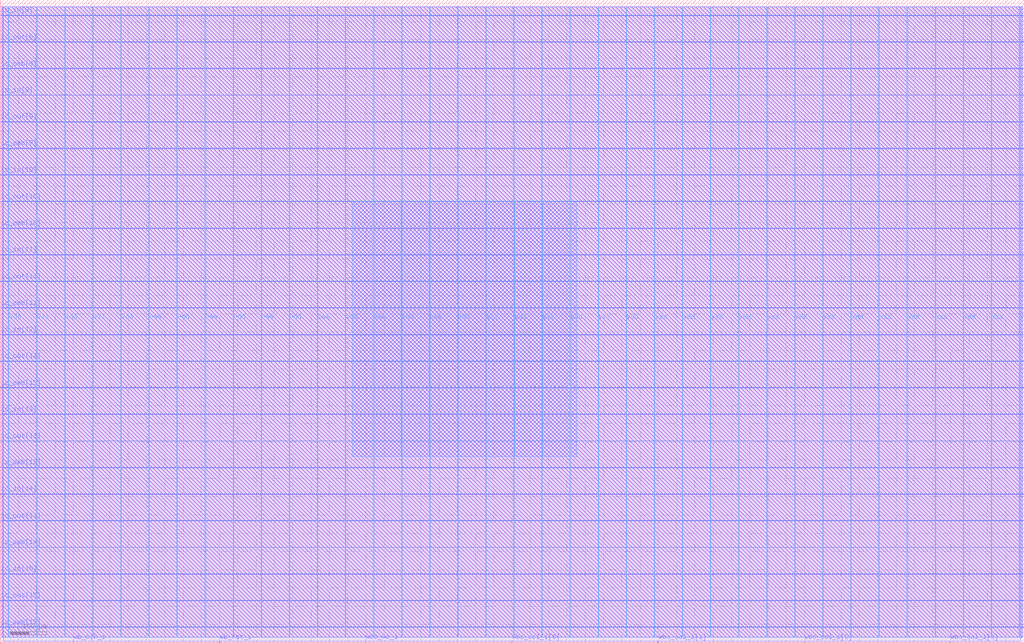
<source format=lef>
VERSION 5.7 ;
  NOWIREEXTENSIONATPIN ON ;
  DIVIDERCHAR "/" ;
  BUSBITCHARS "[]" ;
MACRO user_proj_example
  CLASS BLOCK ;
  FOREIGN user_proj_example ;
  ORIGIN 0.000 0.000 ;
  SIZE 2800.000 BY 1760.000 ;
  PIN io_in[0]
    DIRECTION INPUT ;
    USE SIGNAL ;
    ANTENNAGATEAREA 2.369000 ;
    ANTENNADIFFAREA 0.410400 ;
    PORT
      LAYER Metal3 ;
        RECT 2796.000 42.560 2800.000 43.120 ;
    END
  END io_in[0]
  PIN io_in[10]
    DIRECTION INPUT ;
    USE SIGNAL ;
    ANTENNAGATEAREA 2.369000 ;
    ANTENNADIFFAREA 0.410400 ;
    PORT
      LAYER Metal3 ;
        RECT 0.000 1280.160 4.000 1280.720 ;
    END
  END io_in[10]
  PIN io_in[11]
    DIRECTION INPUT ;
    USE SIGNAL ;
    ANTENNAGATEAREA 2.204000 ;
    ANTENNADIFFAREA 0.410400 ;
    PORT
      LAYER Metal3 ;
        RECT 0.000 1061.760 4.000 1062.320 ;
    END
  END io_in[11]
  PIN io_in[12]
    DIRECTION INPUT ;
    USE SIGNAL ;
    ANTENNAGATEAREA 2.369000 ;
    ANTENNADIFFAREA 0.410400 ;
    PORT
      LAYER Metal3 ;
        RECT 0.000 843.360 4.000 843.920 ;
    END
  END io_in[12]
  PIN io_in[13]
    DIRECTION INPUT ;
    USE SIGNAL ;
    ANTENNAGATEAREA 2.204000 ;
    ANTENNADIFFAREA 0.410400 ;
    PORT
      LAYER Metal3 ;
        RECT 0.000 624.960 4.000 625.520 ;
    END
  END io_in[13]
  PIN io_in[14]
    DIRECTION INPUT ;
    USE SIGNAL ;
    ANTENNAGATEAREA 2.204000 ;
    ANTENNADIFFAREA 0.410400 ;
    PORT
      LAYER Metal3 ;
        RECT 0.000 406.560 4.000 407.120 ;
    END
  END io_in[14]
  PIN io_in[15]
    DIRECTION INPUT ;
    USE SIGNAL ;
    ANTENNAGATEAREA 2.204000 ;
    ANTENNADIFFAREA 0.410400 ;
    PORT
      LAYER Metal3 ;
        RECT 0.000 188.160 4.000 188.720 ;
    END
  END io_in[15]
  PIN io_in[1]
    DIRECTION INPUT ;
    USE SIGNAL ;
    ANTENNAGATEAREA 2.369000 ;
    ANTENNADIFFAREA 0.410400 ;
    PORT
      LAYER Metal3 ;
        RECT 2796.000 260.960 2800.000 261.520 ;
    END
  END io_in[1]
  PIN io_in[2]
    DIRECTION INPUT ;
    USE SIGNAL ;
    ANTENNAGATEAREA 2.369000 ;
    ANTENNADIFFAREA 0.410400 ;
    PORT
      LAYER Metal3 ;
        RECT 2796.000 479.360 2800.000 479.920 ;
    END
  END io_in[2]
  PIN io_in[3]
    DIRECTION INPUT ;
    USE SIGNAL ;
    ANTENNAGATEAREA 2.204000 ;
    ANTENNADIFFAREA 0.410400 ;
    PORT
      LAYER Metal3 ;
        RECT 2796.000 697.760 2800.000 698.320 ;
    END
  END io_in[3]
  PIN io_in[4]
    DIRECTION INPUT ;
    USE SIGNAL ;
    ANTENNAGATEAREA 2.369000 ;
    ANTENNADIFFAREA 0.410400 ;
    PORT
      LAYER Metal3 ;
        RECT 2796.000 916.160 2800.000 916.720 ;
    END
  END io_in[4]
  PIN io_in[5]
    DIRECTION INPUT ;
    USE SIGNAL ;
    ANTENNAGATEAREA 2.369000 ;
    ANTENNADIFFAREA 0.410400 ;
    PORT
      LAYER Metal3 ;
        RECT 2796.000 1134.560 2800.000 1135.120 ;
    END
  END io_in[5]
  PIN io_in[6]
    DIRECTION INPUT ;
    USE SIGNAL ;
    ANTENNAGATEAREA 4.408000 ;
    ANTENNADIFFAREA 0.410400 ;
    PORT
      LAYER Metal3 ;
        RECT 2796.000 1352.960 2800.000 1353.520 ;
    END
  END io_in[6]
  PIN io_in[7]
    DIRECTION INPUT ;
    USE SIGNAL ;
    ANTENNAGATEAREA 4.408000 ;
    ANTENNADIFFAREA 0.410400 ;
    PORT
      LAYER Metal3 ;
        RECT 2796.000 1571.360 2800.000 1571.920 ;
    END
  END io_in[7]
  PIN io_in[8]
    DIRECTION INPUT ;
    USE SIGNAL ;
    ANTENNAGATEAREA 3.555000 ;
    ANTENNADIFFAREA 0.410400 ;
    PORT
      LAYER Metal3 ;
        RECT 0.000 1716.960 4.000 1717.520 ;
    END
  END io_in[8]
  PIN io_in[9]
    DIRECTION INPUT ;
    USE SIGNAL ;
    ANTENNAGATEAREA 4.408000 ;
    ANTENNADIFFAREA 0.410400 ;
    PORT
      LAYER Metal3 ;
        RECT 0.000 1498.560 4.000 1499.120 ;
    END
  END io_in[9]
  PIN io_oeb[0]
    DIRECTION OUTPUT TRISTATE ;
    USE SIGNAL ;
    ANTENNADIFFAREA 0.360800 ;
    PORT
      LAYER Metal3 ;
        RECT 2796.000 188.160 2800.000 188.720 ;
    END
  END io_oeb[0]
  PIN io_oeb[10]
    DIRECTION OUTPUT TRISTATE ;
    USE SIGNAL ;
    ANTENNADIFFAREA 0.360800 ;
    PORT
      LAYER Metal3 ;
        RECT 0.000 1134.560 4.000 1135.120 ;
    END
  END io_oeb[10]
  PIN io_oeb[11]
    DIRECTION OUTPUT TRISTATE ;
    USE SIGNAL ;
    ANTENNADIFFAREA 0.360800 ;
    PORT
      LAYER Metal3 ;
        RECT 0.000 916.160 4.000 916.720 ;
    END
  END io_oeb[11]
  PIN io_oeb[12]
    DIRECTION OUTPUT TRISTATE ;
    USE SIGNAL ;
    ANTENNADIFFAREA 0.360800 ;
    PORT
      LAYER Metal3 ;
        RECT 0.000 697.760 4.000 698.320 ;
    END
  END io_oeb[12]
  PIN io_oeb[13]
    DIRECTION OUTPUT TRISTATE ;
    USE SIGNAL ;
    ANTENNADIFFAREA 0.360800 ;
    PORT
      LAYER Metal3 ;
        RECT 0.000 479.360 4.000 479.920 ;
    END
  END io_oeb[13]
  PIN io_oeb[14]
    DIRECTION OUTPUT TRISTATE ;
    USE SIGNAL ;
    ANTENNADIFFAREA 0.360800 ;
    PORT
      LAYER Metal3 ;
        RECT 0.000 260.960 4.000 261.520 ;
    END
  END io_oeb[14]
  PIN io_oeb[15]
    DIRECTION OUTPUT TRISTATE ;
    USE SIGNAL ;
    ANTENNADIFFAREA 0.360800 ;
    PORT
      LAYER Metal3 ;
        RECT 0.000 42.560 4.000 43.120 ;
    END
  END io_oeb[15]
  PIN io_oeb[1]
    DIRECTION OUTPUT TRISTATE ;
    USE SIGNAL ;
    ANTENNADIFFAREA 0.360800 ;
    PORT
      LAYER Metal3 ;
        RECT 2796.000 406.560 2800.000 407.120 ;
    END
  END io_oeb[1]
  PIN io_oeb[2]
    DIRECTION OUTPUT TRISTATE ;
    USE SIGNAL ;
    ANTENNADIFFAREA 0.360800 ;
    PORT
      LAYER Metal3 ;
        RECT 2796.000 624.960 2800.000 625.520 ;
    END
  END io_oeb[2]
  PIN io_oeb[3]
    DIRECTION OUTPUT TRISTATE ;
    USE SIGNAL ;
    ANTENNADIFFAREA 0.360800 ;
    PORT
      LAYER Metal3 ;
        RECT 2796.000 843.360 2800.000 843.920 ;
    END
  END io_oeb[3]
  PIN io_oeb[4]
    DIRECTION OUTPUT TRISTATE ;
    USE SIGNAL ;
    ANTENNADIFFAREA 0.360800 ;
    PORT
      LAYER Metal3 ;
        RECT 2796.000 1061.760 2800.000 1062.320 ;
    END
  END io_oeb[4]
  PIN io_oeb[5]
    DIRECTION OUTPUT TRISTATE ;
    USE SIGNAL ;
    ANTENNADIFFAREA 0.360800 ;
    PORT
      LAYER Metal3 ;
        RECT 2796.000 1280.160 2800.000 1280.720 ;
    END
  END io_oeb[5]
  PIN io_oeb[6]
    DIRECTION OUTPUT TRISTATE ;
    USE SIGNAL ;
    ANTENNADIFFAREA 0.360800 ;
    PORT
      LAYER Metal3 ;
        RECT 2796.000 1498.560 2800.000 1499.120 ;
    END
  END io_oeb[6]
  PIN io_oeb[7]
    DIRECTION OUTPUT TRISTATE ;
    USE SIGNAL ;
    ANTENNADIFFAREA 0.360800 ;
    PORT
      LAYER Metal3 ;
        RECT 2796.000 1716.960 2800.000 1717.520 ;
    END
  END io_oeb[7]
  PIN io_oeb[8]
    DIRECTION OUTPUT TRISTATE ;
    USE SIGNAL ;
    ANTENNADIFFAREA 0.360800 ;
    PORT
      LAYER Metal3 ;
        RECT 0.000 1571.360 4.000 1571.920 ;
    END
  END io_oeb[8]
  PIN io_oeb[9]
    DIRECTION OUTPUT TRISTATE ;
    USE SIGNAL ;
    ANTENNADIFFAREA 0.360800 ;
    PORT
      LAYER Metal3 ;
        RECT 0.000 1352.960 4.000 1353.520 ;
    END
  END io_oeb[9]
  PIN io_out[0]
    DIRECTION OUTPUT TRISTATE ;
    USE SIGNAL ;
    ANTENNADIFFAREA 4.731200 ;
    PORT
      LAYER Metal3 ;
        RECT 2796.000 115.360 2800.000 115.920 ;
    END
  END io_out[0]
  PIN io_out[10]
    DIRECTION OUTPUT TRISTATE ;
    USE SIGNAL ;
    ANTENNADIFFAREA 4.731200 ;
    PORT
      LAYER Metal3 ;
        RECT 0.000 1207.360 4.000 1207.920 ;
    END
  END io_out[10]
  PIN io_out[11]
    DIRECTION OUTPUT TRISTATE ;
    USE SIGNAL ;
    ANTENNADIFFAREA 4.731200 ;
    PORT
      LAYER Metal3 ;
        RECT 0.000 988.960 4.000 989.520 ;
    END
  END io_out[11]
  PIN io_out[12]
    DIRECTION OUTPUT TRISTATE ;
    USE SIGNAL ;
    ANTENNADIFFAREA 4.731200 ;
    PORT
      LAYER Metal3 ;
        RECT 0.000 770.560 4.000 771.120 ;
    END
  END io_out[12]
  PIN io_out[13]
    DIRECTION OUTPUT TRISTATE ;
    USE SIGNAL ;
    ANTENNADIFFAREA 4.731200 ;
    PORT
      LAYER Metal3 ;
        RECT 0.000 552.160 4.000 552.720 ;
    END
  END io_out[13]
  PIN io_out[14]
    DIRECTION OUTPUT TRISTATE ;
    USE SIGNAL ;
    ANTENNADIFFAREA 4.731200 ;
    PORT
      LAYER Metal3 ;
        RECT 0.000 333.760 4.000 334.320 ;
    END
  END io_out[14]
  PIN io_out[15]
    DIRECTION OUTPUT TRISTATE ;
    USE SIGNAL ;
    ANTENNADIFFAREA 4.731200 ;
    PORT
      LAYER Metal3 ;
        RECT 0.000 115.360 4.000 115.920 ;
    END
  END io_out[15]
  PIN io_out[1]
    DIRECTION OUTPUT TRISTATE ;
    USE SIGNAL ;
    ANTENNADIFFAREA 4.731200 ;
    PORT
      LAYER Metal3 ;
        RECT 2796.000 333.760 2800.000 334.320 ;
    END
  END io_out[1]
  PIN io_out[2]
    DIRECTION OUTPUT TRISTATE ;
    USE SIGNAL ;
    ANTENNADIFFAREA 4.731200 ;
    PORT
      LAYER Metal3 ;
        RECT 2796.000 552.160 2800.000 552.720 ;
    END
  END io_out[2]
  PIN io_out[3]
    DIRECTION OUTPUT TRISTATE ;
    USE SIGNAL ;
    ANTENNADIFFAREA 4.731200 ;
    PORT
      LAYER Metal3 ;
        RECT 2796.000 770.560 2800.000 771.120 ;
    END
  END io_out[3]
  PIN io_out[4]
    DIRECTION OUTPUT TRISTATE ;
    USE SIGNAL ;
    ANTENNADIFFAREA 4.731200 ;
    PORT
      LAYER Metal3 ;
        RECT 2796.000 988.960 2800.000 989.520 ;
    END
  END io_out[4]
  PIN io_out[5]
    DIRECTION OUTPUT TRISTATE ;
    USE SIGNAL ;
    ANTENNADIFFAREA 4.731200 ;
    PORT
      LAYER Metal3 ;
        RECT 2796.000 1207.360 2800.000 1207.920 ;
    END
  END io_out[5]
  PIN io_out[6]
    DIRECTION OUTPUT TRISTATE ;
    USE SIGNAL ;
    ANTENNADIFFAREA 4.731200 ;
    PORT
      LAYER Metal3 ;
        RECT 2796.000 1425.760 2800.000 1426.320 ;
    END
  END io_out[6]
  PIN io_out[7]
    DIRECTION OUTPUT TRISTATE ;
    USE SIGNAL ;
    ANTENNADIFFAREA 4.731200 ;
    PORT
      LAYER Metal3 ;
        RECT 2796.000 1644.160 2800.000 1644.720 ;
    END
  END io_out[7]
  PIN io_out[8]
    DIRECTION OUTPUT TRISTATE ;
    USE SIGNAL ;
    ANTENNADIFFAREA 4.731200 ;
    PORT
      LAYER Metal3 ;
        RECT 0.000 1644.160 4.000 1644.720 ;
    END
  END io_out[8]
  PIN io_out[9]
    DIRECTION OUTPUT TRISTATE ;
    USE SIGNAL ;
    ANTENNADIFFAREA 4.731200 ;
    PORT
      LAYER Metal3 ;
        RECT 0.000 1425.760 4.000 1426.320 ;
    END
  END io_out[9]
  PIN vdd
    DIRECTION INOUT ;
    USE POWER ;
    PORT
      LAYER Metal4 ;
        RECT 22.240 15.380 23.840 1740.780 ;
    END
    PORT
      LAYER Metal4 ;
        RECT 175.840 15.380 177.440 1740.780 ;
    END
    PORT
      LAYER Metal4 ;
        RECT 329.440 15.380 331.040 1740.780 ;
    END
    PORT
      LAYER Metal4 ;
        RECT 483.040 15.380 484.640 1740.780 ;
    END
    PORT
      LAYER Metal4 ;
        RECT 636.640 15.380 638.240 1740.780 ;
    END
    PORT
      LAYER Metal4 ;
        RECT 790.240 15.380 791.840 1740.780 ;
    END
    PORT
      LAYER Metal4 ;
        RECT 943.840 15.380 945.440 1740.780 ;
    END
    PORT
      LAYER Metal4 ;
        RECT 1097.440 15.380 1099.040 1740.780 ;
    END
    PORT
      LAYER Metal4 ;
        RECT 1251.040 15.380 1252.640 1740.780 ;
    END
    PORT
      LAYER Metal4 ;
        RECT 1404.640 15.380 1406.240 1740.780 ;
    END
    PORT
      LAYER Metal4 ;
        RECT 1558.240 15.380 1559.840 1740.780 ;
    END
    PORT
      LAYER Metal4 ;
        RECT 1711.840 15.380 1713.440 1740.780 ;
    END
    PORT
      LAYER Metal4 ;
        RECT 1865.440 15.380 1867.040 1740.780 ;
    END
    PORT
      LAYER Metal4 ;
        RECT 2019.040 15.380 2020.640 1740.780 ;
    END
    PORT
      LAYER Metal4 ;
        RECT 2172.640 15.380 2174.240 1740.780 ;
    END
    PORT
      LAYER Metal4 ;
        RECT 2326.240 15.380 2327.840 1740.780 ;
    END
    PORT
      LAYER Metal4 ;
        RECT 2479.840 15.380 2481.440 1740.780 ;
    END
    PORT
      LAYER Metal4 ;
        RECT 2633.440 15.380 2635.040 1740.780 ;
    END
    PORT
      LAYER Metal4 ;
        RECT 2787.040 15.380 2788.640 1740.780 ;
    END
  END vdd
  PIN vss
    DIRECTION INOUT ;
    USE GROUND ;
    PORT
      LAYER Metal4 ;
        RECT 99.040 15.380 100.640 1740.780 ;
    END
    PORT
      LAYER Metal4 ;
        RECT 252.640 15.380 254.240 1740.780 ;
    END
    PORT
      LAYER Metal4 ;
        RECT 406.240 15.380 407.840 1740.780 ;
    END
    PORT
      LAYER Metal4 ;
        RECT 559.840 15.380 561.440 1740.780 ;
    END
    PORT
      LAYER Metal4 ;
        RECT 713.440 15.380 715.040 1740.780 ;
    END
    PORT
      LAYER Metal4 ;
        RECT 867.040 15.380 868.640 1740.780 ;
    END
    PORT
      LAYER Metal4 ;
        RECT 1020.640 15.380 1022.240 1740.780 ;
    END
    PORT
      LAYER Metal4 ;
        RECT 1174.240 15.380 1175.840 1740.780 ;
    END
    PORT
      LAYER Metal4 ;
        RECT 1327.840 15.380 1329.440 1740.780 ;
    END
    PORT
      LAYER Metal4 ;
        RECT 1481.440 15.380 1483.040 1740.780 ;
    END
    PORT
      LAYER Metal4 ;
        RECT 1635.040 15.380 1636.640 1740.780 ;
    END
    PORT
      LAYER Metal4 ;
        RECT 1788.640 15.380 1790.240 1740.780 ;
    END
    PORT
      LAYER Metal4 ;
        RECT 1942.240 15.380 1943.840 1740.780 ;
    END
    PORT
      LAYER Metal4 ;
        RECT 2095.840 15.380 2097.440 1740.780 ;
    END
    PORT
      LAYER Metal4 ;
        RECT 2249.440 15.380 2251.040 1740.780 ;
    END
    PORT
      LAYER Metal4 ;
        RECT 2403.040 15.380 2404.640 1740.780 ;
    END
    PORT
      LAYER Metal4 ;
        RECT 2556.640 15.380 2558.240 1740.780 ;
    END
    PORT
      LAYER Metal4 ;
        RECT 2710.240 15.380 2711.840 1740.780 ;
    END
  END vss
  PIN wb_clk_i
    DIRECTION INPUT ;
    USE SIGNAL ;
    ANTENNAGATEAREA 4.738000 ;
    ANTENNADIFFAREA 0.410400 ;
    PORT
      LAYER Metal2 ;
        RECT 199.360 0.000 199.920 4.000 ;
    END
  END wb_clk_i
  PIN wb_rst_i
    DIRECTION INPUT ;
    USE SIGNAL ;
    ANTENNAGATEAREA 2.204000 ;
    ANTENNADIFFAREA 0.410400 ;
    PORT
      LAYER Metal2 ;
        RECT 599.200 0.000 599.760 4.000 ;
    END
  END wb_rst_i
  PIN wbs_sel_i[0]
    DIRECTION INPUT ;
    USE SIGNAL ;
    ANTENNAGATEAREA 1.102000 ;
    ANTENNADIFFAREA 0.410400 ;
    PORT
      LAYER Metal2 ;
        RECT 1398.880 0.000 1399.440 4.000 ;
    END
  END wbs_sel_i[0]
  PIN wbs_sel_i[1]
    DIRECTION INPUT ;
    USE SIGNAL ;
    ANTENNAGATEAREA 2.204000 ;
    ANTENNADIFFAREA 0.410400 ;
    PORT
      LAYER Metal2 ;
        RECT 1798.720 0.000 1799.280 4.000 ;
    END
  END wbs_sel_i[1]
  PIN wbs_sel_i[2]
    DIRECTION INPUT ;
    USE SIGNAL ;
    ANTENNAGATEAREA 2.369000 ;
    ANTENNADIFFAREA 0.410400 ;
    PORT
      LAYER Metal2 ;
        RECT 2198.560 0.000 2199.120 4.000 ;
    END
  END wbs_sel_i[2]
  PIN wbs_sel_i[3]
    DIRECTION INPUT ;
    USE SIGNAL ;
    ANTENNAGATEAREA 2.369000 ;
    ANTENNADIFFAREA 0.410400 ;
    PORT
      LAYER Metal2 ;
        RECT 2598.400 0.000 2598.960 4.000 ;
    END
  END wbs_sel_i[3]
  PIN wbs_we_i
    DIRECTION INPUT ;
    USE SIGNAL ;
    ANTENNAGATEAREA 0.396000 ;
    ANTENNADIFFAREA 0.410400 ;
    PORT
      LAYER Metal2 ;
        RECT 999.040 0.000 999.600 4.000 ;
    END
  END wbs_we_i
  OBS
      LAYER Metal1 ;
        RECT 6.720 15.380 2793.280 1740.780 ;
      LAYER Metal2 ;
        RECT 8.540 4.300 2791.460 1740.670 ;
        RECT 8.540 4.000 199.060 4.300 ;
        RECT 200.220 4.000 598.900 4.300 ;
        RECT 600.060 4.000 998.740 4.300 ;
        RECT 999.900 4.000 1398.580 4.300 ;
        RECT 1399.740 4.000 1798.420 4.300 ;
        RECT 1799.580 4.000 2198.260 4.300 ;
        RECT 2199.420 4.000 2598.100 4.300 ;
        RECT 2599.260 4.000 2791.460 4.300 ;
      LAYER Metal3 ;
        RECT 4.000 1717.820 2796.000 1740.620 ;
        RECT 4.300 1716.660 2795.700 1717.820 ;
        RECT 4.000 1645.020 2796.000 1716.660 ;
        RECT 4.300 1643.860 2795.700 1645.020 ;
        RECT 4.000 1572.220 2796.000 1643.860 ;
        RECT 4.300 1571.060 2795.700 1572.220 ;
        RECT 4.000 1499.420 2796.000 1571.060 ;
        RECT 4.300 1498.260 2795.700 1499.420 ;
        RECT 4.000 1426.620 2796.000 1498.260 ;
        RECT 4.300 1425.460 2795.700 1426.620 ;
        RECT 4.000 1353.820 2796.000 1425.460 ;
        RECT 4.300 1352.660 2795.700 1353.820 ;
        RECT 4.000 1281.020 2796.000 1352.660 ;
        RECT 4.300 1279.860 2795.700 1281.020 ;
        RECT 4.000 1208.220 2796.000 1279.860 ;
        RECT 4.300 1207.060 2795.700 1208.220 ;
        RECT 4.000 1135.420 2796.000 1207.060 ;
        RECT 4.300 1134.260 2795.700 1135.420 ;
        RECT 4.000 1062.620 2796.000 1134.260 ;
        RECT 4.300 1061.460 2795.700 1062.620 ;
        RECT 4.000 989.820 2796.000 1061.460 ;
        RECT 4.300 988.660 2795.700 989.820 ;
        RECT 4.000 917.020 2796.000 988.660 ;
        RECT 4.300 915.860 2795.700 917.020 ;
        RECT 4.000 844.220 2796.000 915.860 ;
        RECT 4.300 843.060 2795.700 844.220 ;
        RECT 4.000 771.420 2796.000 843.060 ;
        RECT 4.300 770.260 2795.700 771.420 ;
        RECT 4.000 698.620 2796.000 770.260 ;
        RECT 4.300 697.460 2795.700 698.620 ;
        RECT 4.000 625.820 2796.000 697.460 ;
        RECT 4.300 624.660 2795.700 625.820 ;
        RECT 4.000 553.020 2796.000 624.660 ;
        RECT 4.300 551.860 2795.700 553.020 ;
        RECT 4.000 480.220 2796.000 551.860 ;
        RECT 4.300 479.060 2795.700 480.220 ;
        RECT 4.000 407.420 2796.000 479.060 ;
        RECT 4.300 406.260 2795.700 407.420 ;
        RECT 4.000 334.620 2796.000 406.260 ;
        RECT 4.300 333.460 2795.700 334.620 ;
        RECT 4.000 261.820 2796.000 333.460 ;
        RECT 4.300 260.660 2795.700 261.820 ;
        RECT 4.000 189.020 2796.000 260.660 ;
        RECT 4.300 187.860 2795.700 189.020 ;
        RECT 4.000 116.220 2796.000 187.860 ;
        RECT 4.300 115.060 2795.700 116.220 ;
        RECT 4.000 43.420 2796.000 115.060 ;
        RECT 4.300 42.260 2795.700 43.420 ;
        RECT 4.000 15.540 2796.000 42.260 ;
      LAYER Metal4 ;
        RECT 962.780 509.690 1020.340 1208.390 ;
        RECT 1022.540 509.690 1097.140 1208.390 ;
        RECT 1099.340 509.690 1173.940 1208.390 ;
        RECT 1176.140 509.690 1250.740 1208.390 ;
        RECT 1252.940 509.690 1327.540 1208.390 ;
        RECT 1329.740 509.690 1404.340 1208.390 ;
        RECT 1406.540 509.690 1481.140 1208.390 ;
        RECT 1483.340 509.690 1557.940 1208.390 ;
        RECT 1560.140 509.690 1577.380 1208.390 ;
  END
END user_proj_example
END LIBRARY


</source>
